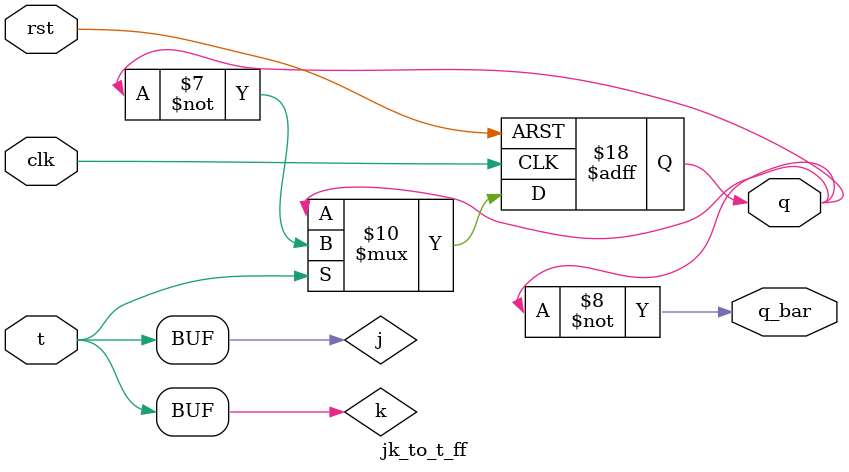
<source format=v>
module jk_to_t_ff(input clk, input rst, input t, output reg q, output q_bar);
    wire j, k;
    assign j = t;
    assign k = t;

    always @(posedge clk or posedge rst) begin
        if (rst)
            q <= 0;
        else if (j && ~k)
            q <= 1;
        else if (~j && k)
            q <= 0;
        else if (j && k)
            q <= ~q;
        else
            q <= q;
    end

    assign q_bar = ~q;
endmodule

</source>
